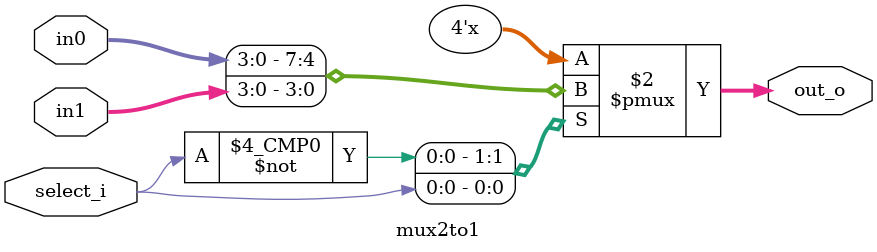
<source format=v>

module mux2to1(
    select_i,
    in0,
    in1,
    out_o
    );
    
    input select_i;
    input [3:0] in0;
    input [3:0] in1;
    output reg [3:0] out_o;
    
    always @(*) begin
        case (select_i)
            1'b0: out_o = in0;
            1'b1: out_o = in1;
        endcase
    end// always
endmodule
</source>
